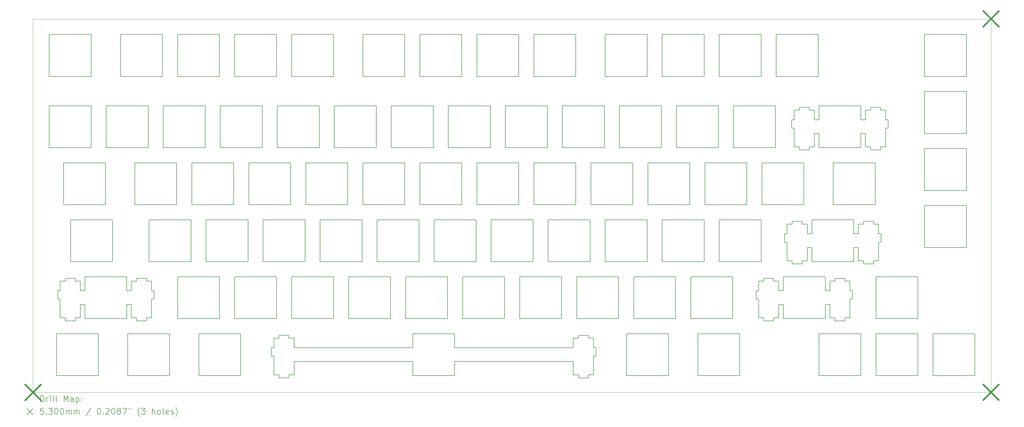
<source format=gbr>
%TF.GenerationSoftware,KiCad,Pcbnew,(6.0.10)*%
%TF.CreationDate,2023-03-07T00:12:56-08:00*%
%TF.ProjectId,fr4 plate,66723420-706c-4617-9465-2e6b69636164,rev?*%
%TF.SameCoordinates,Original*%
%TF.FileFunction,Drillmap*%
%TF.FilePolarity,Positive*%
%FSLAX45Y45*%
G04 Gerber Fmt 4.5, Leading zero omitted, Abs format (unit mm)*
G04 Created by KiCad (PCBNEW (6.0.10)) date 2023-03-07 00:12:56*
%MOMM*%
%LPD*%
G01*
G04 APERTURE LIST*
%ADD10C,0.188976*%
%ADD11C,0.050000*%
%ADD12C,0.200000*%
%ADD13C,0.530000*%
G04 APERTURE END LIST*
D10*
X19228100Y-18715000D02*
X23190600Y-18715000D01*
X23276301Y-12070000D02*
X23276301Y-12070000D01*
X27353100Y-19185000D02*
X28753100Y-19185000D01*
X33473101Y-14725000D02*
X33473101Y-14725000D01*
X9465001Y-9183800D02*
X9465001Y-9183800D01*
X16608701Y-10165000D02*
X16608701Y-10165000D01*
X19942501Y-15375000D02*
X19942501Y-13975000D01*
X21371301Y-13470000D02*
X21371301Y-13470000D01*
X23276301Y-9183800D02*
X23276301Y-7783800D01*
X18990000Y-17280000D02*
X18990000Y-17280000D01*
X32953802Y-10312000D02*
X32953802Y-10635000D01*
X16132501Y-13975000D02*
X16132501Y-13975000D01*
X23781301Y-12070000D02*
X23781301Y-13470000D01*
X33390600Y-14725000D02*
X33390600Y-14725000D01*
X31935601Y-15935000D02*
X31935601Y-15935000D01*
X31010601Y-14122000D02*
X30838000Y-14122000D01*
X35211300Y-19185000D02*
X36611300Y-19185000D01*
X30746200Y-10220000D02*
X30746200Y-10220000D01*
X6219401Y-17355000D02*
X6549400Y-17355000D01*
X31935601Y-15935000D02*
X31935601Y-16027000D01*
X30896200Y-13470000D02*
X30896200Y-12070000D01*
X30335601Y-14445000D02*
X30253100Y-14445000D01*
X13693101Y-17932000D02*
X13693101Y-17932000D01*
X26162501Y-15375000D02*
X26162501Y-15375000D01*
X10893801Y-11565000D02*
X10893801Y-10165000D01*
X19466300Y-12070000D02*
X18066300Y-12070000D01*
X20923800Y-11565000D02*
X20923800Y-11565000D01*
X34706301Y-19185000D02*
X34706301Y-17785000D01*
X21876301Y-7783800D02*
X21876301Y-9183800D01*
X30253100Y-14445000D02*
X30253100Y-14725000D01*
X20418801Y-11565000D02*
X20418801Y-11565000D01*
X24705001Y-17280000D02*
X24705001Y-17280000D01*
X6046901Y-16027000D02*
X6046901Y-16350000D01*
X28515000Y-17280000D02*
X28515000Y-17280000D01*
X17561301Y-9183800D02*
X17561301Y-7783800D01*
X34925500Y-9183800D02*
X34925500Y-9183800D01*
X27115000Y-15880000D02*
X27115000Y-17280000D01*
X13303800Y-10165000D02*
X13303800Y-11565000D01*
X15208701Y-11565000D02*
X15208701Y-11565000D01*
X31248800Y-11542000D02*
X31248800Y-11095000D01*
X13780000Y-15880000D02*
X13780000Y-17280000D01*
X31010601Y-14905000D02*
X31010601Y-14905000D01*
X28753100Y-19185000D02*
X28753100Y-17785000D01*
X32520602Y-16630000D02*
X32520602Y-16630000D01*
X31877502Y-12070000D02*
X31877502Y-13470000D01*
X31248800Y-11095000D02*
X31401299Y-11095000D01*
X16608701Y-11565000D02*
X16608701Y-10165000D01*
X31163101Y-15375000D02*
X32563101Y-15375000D01*
X17590000Y-17280000D02*
X17590000Y-17280000D01*
X26638801Y-11565000D02*
X26638801Y-11565000D01*
X33218099Y-15352000D02*
X33390600Y-15352000D01*
X17828001Y-18715000D02*
X17828001Y-18715000D01*
X8599401Y-15935000D02*
X8599401Y-16027000D01*
X28543801Y-11565000D02*
X29943801Y-11565000D01*
X30058100Y-16810000D02*
X30210601Y-16810000D01*
X30335601Y-14122000D02*
X30335601Y-14122000D01*
X35211300Y-17785000D02*
X35211300Y-19185000D01*
X23363101Y-19260000D02*
X23363101Y-19260000D01*
X31010601Y-15352000D02*
X31010601Y-15352000D01*
X6160001Y-12070000D02*
X6160001Y-13470000D01*
X33277502Y-13470000D02*
X33277502Y-13470000D01*
X24971900Y-19185000D02*
X24971900Y-19185000D01*
X24257501Y-15375000D02*
X24257501Y-15375000D01*
X11846301Y-12070000D02*
X10446301Y-12070000D01*
X27562501Y-15375000D02*
X27562501Y-15375000D01*
X15685001Y-17280000D02*
X17085001Y-17280000D01*
X30573800Y-10312000D02*
X30573800Y-10312000D01*
X27086300Y-13470000D02*
X27086300Y-13470000D01*
X23276301Y-13470000D02*
X23276301Y-12070000D01*
X12322501Y-15375000D02*
X12322501Y-13975000D01*
X14703800Y-11565000D02*
X14703800Y-11565000D01*
X28753100Y-17785000D02*
X28753100Y-17785000D01*
X7083800Y-7783800D02*
X7083800Y-7783800D01*
X31610601Y-17280000D02*
X31610601Y-17280000D01*
X31763101Y-16810000D02*
X31763101Y-17257000D01*
X13190601Y-18255000D02*
X13108100Y-18255000D01*
X13865601Y-18715000D02*
X13865601Y-18715000D01*
X31401299Y-10635000D02*
X31248800Y-10635000D01*
X33218099Y-15352000D02*
X33218099Y-15352000D01*
X30573800Y-10915000D02*
X30573800Y-11542000D01*
X13303800Y-11565000D02*
X13303800Y-11565000D01*
X17561301Y-13470000D02*
X17561301Y-13470000D01*
X33456301Y-10312000D02*
X33456301Y-10312000D01*
X28515000Y-17280000D02*
X28515000Y-15880000D01*
X31010601Y-14445000D02*
X31010601Y-14122000D01*
X6549400Y-15935000D02*
X6219401Y-15935000D01*
X31763101Y-17257000D02*
X31763101Y-17257000D01*
X28067501Y-9183800D02*
X28067501Y-9183800D01*
X8274400Y-16810000D02*
X8274400Y-16810000D01*
X27562501Y-9183800D02*
X27562501Y-9183800D01*
X30896200Y-12070000D02*
X30896200Y-12070000D01*
X15208701Y-11565000D02*
X16608701Y-11565000D01*
X36325500Y-11593800D02*
X36325500Y-11593800D01*
X11370001Y-17280000D02*
X11370001Y-15880000D01*
X27591300Y-13470000D02*
X27591300Y-13470000D01*
X33218099Y-15450000D02*
X33218099Y-15450000D01*
X32888101Y-14030000D02*
X32888101Y-14122000D01*
X7083800Y-11565000D02*
X7083800Y-11565000D01*
X30508100Y-14030000D02*
X30508100Y-14122000D01*
X29383100Y-16027000D02*
X29383100Y-16350000D01*
X32563101Y-15375000D02*
X32563101Y-15375000D01*
X13190601Y-18255000D02*
X13190601Y-18255000D01*
X32953802Y-10635000D02*
X32953802Y-10635000D01*
X31401299Y-17785000D02*
X31401299Y-19185000D01*
X10922500Y-15375000D02*
X12322501Y-15375000D01*
X8065000Y-7783800D02*
X8065000Y-9183800D01*
X22352500Y-15375000D02*
X22352500Y-15375000D01*
X31610601Y-16810000D02*
X31763101Y-16810000D01*
X8599401Y-15935000D02*
X8599401Y-15935000D01*
X7083800Y-11565000D02*
X7083800Y-10165000D01*
X8426901Y-16027000D02*
X8426901Y-16027000D01*
X33306301Y-19185000D02*
X34706301Y-19185000D01*
X17561301Y-7783800D02*
X16161301Y-7783800D01*
X7798101Y-15375000D02*
X7798101Y-15375000D01*
X27591300Y-13470000D02*
X28991300Y-13470000D01*
X6549400Y-16027000D02*
X6549400Y-15935000D01*
X7321901Y-19185000D02*
X7321901Y-19185000D01*
X28515000Y-15880000D02*
X28515000Y-15880000D01*
X31610601Y-17280000D02*
X31610601Y-16810000D01*
X28515000Y-15880000D02*
X27115000Y-15880000D01*
X14227500Y-15375000D02*
X14227500Y-13975000D01*
X23305001Y-15880000D02*
X23305001Y-17280000D01*
X30838000Y-14122000D02*
X30838000Y-14122000D01*
X23865600Y-18255000D02*
X23865600Y-17932000D01*
X19018801Y-11565000D02*
X20418801Y-11565000D01*
X28067501Y-7783800D02*
X28067501Y-9183800D01*
X25657501Y-15375000D02*
X25657501Y-13975000D01*
X17828001Y-19185000D02*
X17828001Y-19185000D01*
X11846301Y-13470000D02*
X11846301Y-12070000D01*
X23190600Y-19162000D02*
X23363101Y-19162000D01*
X31372500Y-9183800D02*
X31372500Y-9183800D01*
X15180000Y-9183800D02*
X15180000Y-7783800D01*
X20895001Y-17280000D02*
X20895001Y-15880000D01*
X32953802Y-11095000D02*
X32953802Y-11542000D01*
X27562501Y-7783800D02*
X26162501Y-7783800D01*
X32801299Y-11565000D02*
X32801299Y-11095000D01*
X10893801Y-11565000D02*
X10893801Y-11565000D01*
X23276301Y-7783800D02*
X21876301Y-7783800D01*
X31372500Y-7783800D02*
X31372500Y-7783800D01*
X33277502Y-12070000D02*
X33277502Y-12070000D01*
X19942501Y-13975000D02*
X19942501Y-13975000D01*
X13303800Y-11565000D02*
X14703800Y-11565000D01*
X29885601Y-17257000D02*
X29885601Y-17257000D01*
X6549400Y-17257000D02*
X6721901Y-17257000D01*
X20895001Y-17280000D02*
X20895001Y-17280000D01*
X24733801Y-11565000D02*
X26133801Y-11565000D01*
X7321901Y-17785000D02*
X5921901Y-17785000D01*
X30573800Y-11542000D02*
X30746200Y-11542000D01*
X24705001Y-17280000D02*
X24705001Y-15880000D01*
X11846301Y-12070000D02*
X11846301Y-12070000D01*
X13190601Y-17932000D02*
X13190601Y-17932000D01*
X9703101Y-17785000D02*
X9703101Y-17785000D01*
X8929400Y-16027000D02*
X8929400Y-15935000D01*
X30491300Y-10635000D02*
X30491300Y-10635000D01*
X23276301Y-7783800D02*
X23276301Y-7783800D01*
X23865600Y-18535000D02*
X23948101Y-18535000D01*
X32888101Y-15450000D02*
X32888101Y-15450000D01*
X31010601Y-15352000D02*
X31010601Y-14905000D01*
X21371301Y-9183800D02*
X21371301Y-9183800D01*
X26162501Y-15375000D02*
X27562501Y-15375000D01*
X13780000Y-17280000D02*
X15180000Y-17280000D01*
X18542501Y-13975000D02*
X18542501Y-15375000D01*
X34706301Y-19185000D02*
X34706301Y-19185000D01*
X30838000Y-14030000D02*
X30838000Y-14030000D01*
X24228800Y-10165000D02*
X24228800Y-10165000D01*
X13108100Y-18255000D02*
X13108100Y-18535000D01*
X6549400Y-17355000D02*
X6549400Y-17355000D01*
X27562501Y-13975000D02*
X27562501Y-13975000D01*
X26371900Y-17785000D02*
X24971900Y-17785000D01*
X21847500Y-13975000D02*
X21847500Y-13975000D01*
X17590000Y-17280000D02*
X18990000Y-17280000D01*
X6398101Y-13975000D02*
X6398101Y-15375000D01*
X9101901Y-16027000D02*
X9101901Y-16027000D01*
X23865600Y-17932000D02*
X23865600Y-17932000D01*
X6721901Y-16350000D02*
X6721901Y-16350000D01*
X19228100Y-17785000D02*
X19228100Y-17785000D01*
X32265600Y-17355000D02*
X32265600Y-17355000D01*
X9970001Y-9183800D02*
X9970001Y-9183800D01*
X26162501Y-13975000D02*
X26162501Y-15375000D01*
X19971301Y-9183800D02*
X21371301Y-9183800D01*
X32715600Y-15352000D02*
X32715600Y-15352000D01*
X26162501Y-9183800D02*
X26162501Y-9183800D01*
X33628802Y-11542000D02*
X33628802Y-10915000D01*
X6219401Y-16027000D02*
X6046901Y-16027000D01*
X22352500Y-13975000D02*
X22352500Y-15375000D01*
X16161301Y-13470000D02*
X16161301Y-13470000D01*
X31401299Y-19185000D02*
X31401299Y-19185000D01*
X8988801Y-10165000D02*
X7588801Y-10165000D01*
X13751300Y-13470000D02*
X13751300Y-13470000D01*
X29555601Y-17355000D02*
X29885601Y-17355000D01*
X31372500Y-7783800D02*
X29972500Y-7783800D01*
X16161301Y-12070000D02*
X16161301Y-13470000D01*
X33218099Y-15450000D02*
X33218099Y-15352000D01*
X31010601Y-14445000D02*
X31010601Y-14445000D01*
X7083800Y-7783800D02*
X5683801Y-7783800D01*
X33126299Y-11542000D02*
X33126299Y-11640000D01*
X8065000Y-9183800D02*
X8065000Y-9183800D01*
X30058100Y-16027000D02*
X29885601Y-16027000D01*
X31163101Y-15375000D02*
X31163101Y-15375000D01*
X32438101Y-16350000D02*
X32438101Y-16350000D01*
X8599401Y-16027000D02*
X8426901Y-16027000D01*
X13275001Y-17280000D02*
X13275001Y-17280000D01*
X23693101Y-19260000D02*
X23693101Y-19260000D01*
X32438101Y-16630000D02*
X32438101Y-16630000D01*
X8599401Y-16027000D02*
X8599401Y-16027000D01*
X14256300Y-13470000D02*
X14256300Y-13470000D01*
X17561301Y-12070000D02*
X16161301Y-12070000D01*
X26371900Y-17785000D02*
X26371900Y-17785000D01*
X13275001Y-15880000D02*
X13275001Y-15880000D01*
X6398101Y-15375000D02*
X6398101Y-15375000D01*
X33456301Y-11640000D02*
X33456301Y-11542000D01*
X21876301Y-9183800D02*
X21876301Y-9183800D01*
X25210000Y-17280000D02*
X26610000Y-17280000D01*
X26610000Y-17280000D02*
X26610000Y-15880000D01*
X11370001Y-9183800D02*
X11370001Y-9183800D01*
X31163101Y-14905000D02*
X31163101Y-14905000D01*
X12827500Y-15375000D02*
X12827500Y-15375000D01*
X30335601Y-14122000D02*
X30335601Y-14445000D01*
X23693101Y-17932000D02*
X23693101Y-17840000D01*
X29555601Y-17355000D02*
X29555601Y-17355000D01*
X8599401Y-17355000D02*
X8929400Y-17355000D01*
X33126299Y-10220000D02*
X33126299Y-10220000D01*
X9017501Y-15375000D02*
X9017501Y-15375000D01*
X28038801Y-10165000D02*
X26638801Y-10165000D01*
X18066300Y-12070000D02*
X18066300Y-13470000D01*
X25181301Y-12070000D02*
X25181301Y-12070000D01*
X31076299Y-11640000D02*
X31076299Y-11640000D01*
X28991300Y-13470000D02*
X28991300Y-13470000D01*
X33473101Y-14445000D02*
X33390600Y-14445000D01*
X6046901Y-16630000D02*
X6046901Y-16630000D01*
X19971301Y-12070000D02*
X19971301Y-13470000D01*
X30058100Y-16027000D02*
X30058100Y-16027000D01*
X30058100Y-16350000D02*
X30058100Y-16350000D01*
X6219401Y-17257000D02*
X6219401Y-17257000D01*
X25210000Y-15880000D02*
X25210000Y-17280000D01*
X18513801Y-11565000D02*
X18513801Y-10165000D01*
X22323800Y-10165000D02*
X20923800Y-10165000D01*
X28038801Y-10165000D02*
X28038801Y-10165000D01*
X31163101Y-14445000D02*
X31163101Y-14445000D01*
X18513801Y-11565000D02*
X18513801Y-11565000D01*
X11370001Y-7783800D02*
X11370001Y-7783800D01*
X9101901Y-16350000D02*
X9101901Y-16350000D01*
X7588801Y-11565000D02*
X8988801Y-11565000D01*
X10893801Y-10165000D02*
X9493801Y-10165000D01*
X6721901Y-16810000D02*
X6721901Y-16810000D01*
X23190600Y-18715000D02*
X23190600Y-19162000D01*
X30573800Y-10635000D02*
X30491300Y-10635000D01*
X34925500Y-13498800D02*
X34925500Y-14898800D01*
X20418801Y-10165000D02*
X20418801Y-10165000D01*
X9493801Y-11565000D02*
X10893801Y-11565000D01*
X31610601Y-15880000D02*
X30210601Y-15880000D01*
X30210601Y-16350000D02*
X30210601Y-16350000D01*
X18037501Y-15375000D02*
X18037501Y-15375000D01*
X23752500Y-13975000D02*
X23752500Y-13975000D01*
X5683801Y-9183800D02*
X5683801Y-9183800D01*
X10417501Y-13975000D02*
X10417501Y-13975000D01*
X33390600Y-14445000D02*
X33390600Y-14122000D01*
X33456301Y-11542000D02*
X33456301Y-11542000D01*
X10893801Y-10165000D02*
X10893801Y-10165000D01*
X9970001Y-17280000D02*
X9970001Y-17280000D01*
X16637501Y-15375000D02*
X18037501Y-15375000D01*
X19971301Y-13470000D02*
X19971301Y-13470000D01*
X25657501Y-7783800D02*
X25657501Y-7783800D01*
X13751300Y-12070000D02*
X12351300Y-12070000D01*
X32888101Y-15352000D02*
X32888101Y-15352000D01*
X23190600Y-18255000D02*
X19228100Y-18255000D01*
X22323800Y-11565000D02*
X22323800Y-11565000D01*
X30746200Y-11640000D02*
X31076299Y-11640000D01*
X13275001Y-9183800D02*
X13275001Y-7783800D01*
X20447500Y-13975000D02*
X20447500Y-15375000D01*
X29943801Y-10165000D02*
X28543801Y-10165000D01*
X31401299Y-11095000D02*
X31401299Y-11095000D01*
X6046901Y-17257000D02*
X6219401Y-17257000D01*
X11875001Y-17280000D02*
X13275001Y-17280000D01*
X11370001Y-15880000D02*
X11370001Y-15880000D01*
X36611300Y-19185000D02*
X36611300Y-17785000D01*
X12351300Y-13470000D02*
X12351300Y-13470000D01*
X31401299Y-11565000D02*
X32801299Y-11565000D01*
X6721901Y-16810000D02*
X6874400Y-16810000D01*
X33473101Y-14445000D02*
X33473101Y-14445000D01*
X31163101Y-13975000D02*
X31163101Y-14445000D01*
X13751300Y-13470000D02*
X13751300Y-12070000D01*
X32953802Y-10635000D02*
X32801299Y-10635000D01*
X31401299Y-10635000D02*
X31401299Y-10635000D01*
X9703101Y-19185000D02*
X9703101Y-19185000D01*
X32801299Y-10635000D02*
X32801299Y-10635000D01*
X32563101Y-14445000D02*
X32563101Y-14445000D01*
X29467501Y-9183800D02*
X29467501Y-9183800D01*
X12351300Y-12070000D02*
X12351300Y-13470000D01*
X23948101Y-18535000D02*
X23948101Y-18255000D01*
X24705001Y-15880000D02*
X24705001Y-15880000D01*
X5964401Y-16350000D02*
X5964401Y-16630000D01*
X8541301Y-13470000D02*
X9941301Y-13470000D01*
X18513801Y-10165000D02*
X18513801Y-10165000D01*
X29496301Y-13470000D02*
X29496301Y-13470000D01*
X17561301Y-12070000D02*
X17561301Y-12070000D01*
X22800001Y-17280000D02*
X22800001Y-15880000D01*
X31076299Y-11640000D02*
X31076299Y-11542000D01*
X32801299Y-11565000D02*
X32801299Y-11565000D01*
X23693101Y-17932000D02*
X23693101Y-17932000D01*
X29885601Y-17355000D02*
X29885601Y-17355000D01*
X32953802Y-11542000D02*
X32953802Y-11542000D01*
X25181301Y-13470000D02*
X25181301Y-13470000D01*
X29383100Y-17257000D02*
X29383100Y-17257000D01*
X29885601Y-17257000D02*
X30058100Y-17257000D01*
X13363101Y-17840000D02*
X13363101Y-17840000D01*
X17085001Y-17280000D02*
X17085001Y-17280000D01*
X13363101Y-19162000D02*
X13363101Y-19260000D01*
X16608701Y-10165000D02*
X15208701Y-10165000D01*
X9017501Y-13975000D02*
X9017501Y-15375000D01*
X14227500Y-15375000D02*
X14227500Y-15375000D01*
X26133801Y-10165000D02*
X26133801Y-10165000D01*
X32801299Y-10635000D02*
X32801299Y-10165000D01*
X19971301Y-13470000D02*
X21371301Y-13470000D01*
X27086300Y-12070000D02*
X25686300Y-12070000D01*
X33306301Y-17280000D02*
X34706301Y-17280000D01*
X32520602Y-16630000D02*
X32520602Y-16350000D01*
X15685001Y-15880000D02*
X15685001Y-17280000D01*
X12827500Y-13975000D02*
X12827500Y-15375000D01*
X8274400Y-17280000D02*
X8274400Y-17280000D01*
X32715600Y-14445000D02*
X32715600Y-14445000D01*
X32438101Y-16630000D02*
X32520602Y-16630000D01*
X30746200Y-10312000D02*
X30746200Y-10312000D01*
X24257501Y-13975000D02*
X24257501Y-15375000D01*
X29885601Y-16027000D02*
X29885601Y-16027000D01*
X15180000Y-17280000D02*
X15180000Y-15880000D01*
X36325500Y-11088800D02*
X36325500Y-9688800D01*
X22323800Y-11565000D02*
X22323800Y-10165000D01*
X32953802Y-10312000D02*
X32953802Y-10312000D01*
X20895001Y-15880000D02*
X19495001Y-15880000D01*
X9184401Y-16630000D02*
X9184401Y-16630000D01*
X23363101Y-19162000D02*
X23363101Y-19260000D01*
X12798801Y-11565000D02*
X12798801Y-11565000D01*
X13865601Y-19162000D02*
X13865601Y-19162000D01*
X29383100Y-16630000D02*
X29383100Y-16630000D01*
X19018801Y-10165000D02*
X19018801Y-11565000D01*
X8426901Y-16810000D02*
X8426901Y-16810000D01*
X5921901Y-19185000D02*
X7321901Y-19185000D01*
X18990000Y-15880000D02*
X18990000Y-15880000D01*
X9941301Y-13470000D02*
X9941301Y-13470000D01*
X31401299Y-10165000D02*
X31401299Y-10635000D01*
X31401299Y-19185000D02*
X32801299Y-19185000D01*
X28991300Y-12070000D02*
X27591300Y-12070000D01*
X29885601Y-15935000D02*
X29885601Y-15935000D01*
X26133801Y-11565000D02*
X26133801Y-10165000D01*
X6219401Y-16027000D02*
X6219401Y-16027000D01*
X36325500Y-14898800D02*
X36325500Y-14898800D01*
X20923800Y-11565000D02*
X22323800Y-11565000D01*
X21371301Y-13470000D02*
X21371301Y-12070000D01*
X18037501Y-13975000D02*
X16637501Y-13975000D01*
X33126299Y-10312000D02*
X32953802Y-10312000D01*
X36611300Y-19185000D02*
X36611300Y-19185000D01*
X11398801Y-11565000D02*
X12798801Y-11565000D01*
X33456301Y-10220000D02*
X33126299Y-10220000D01*
X17085001Y-15880000D02*
X17085001Y-15880000D01*
X26162501Y-7783800D02*
X26162501Y-9183800D01*
X33628802Y-10635000D02*
X33628802Y-10635000D01*
X32265600Y-17257000D02*
X32438101Y-17257000D01*
X36325500Y-11088800D02*
X36325500Y-11088800D01*
X29555601Y-16027000D02*
X29555601Y-16027000D01*
X29467501Y-7783800D02*
X29467501Y-7783800D01*
X23363101Y-17840000D02*
X23363101Y-17932000D01*
X18542501Y-15375000D02*
X18542501Y-15375000D01*
X21371301Y-7783800D02*
X21371301Y-7783800D01*
X30058100Y-16350000D02*
X30058100Y-16027000D01*
X13693101Y-19260000D02*
X13693101Y-19260000D01*
X17113700Y-10165000D02*
X17113700Y-11565000D01*
X25657501Y-13975000D02*
X24257501Y-13975000D01*
X18066300Y-13470000D02*
X18066300Y-13470000D01*
X13693101Y-19260000D02*
X13693101Y-19162000D01*
X13363101Y-17932000D02*
X13363101Y-17932000D01*
X13363101Y-17932000D02*
X13190601Y-17932000D01*
D11*
X5139500Y-7262800D02*
X37149500Y-7262800D01*
X37149500Y-7262800D02*
X37149500Y-19745800D01*
X37149500Y-19745800D02*
X5139500Y-19745800D01*
X5139500Y-19745800D02*
X5139500Y-7262800D01*
D10*
X33306301Y-17280000D02*
X33306301Y-17280000D01*
X9184401Y-16350000D02*
X9101901Y-16350000D01*
X18513801Y-10165000D02*
X17113700Y-10165000D01*
X30335601Y-14725000D02*
X30335601Y-15352000D01*
X36325500Y-9183800D02*
X36325500Y-7783800D01*
X6874400Y-16810000D02*
X6874400Y-17280000D01*
X33473101Y-14725000D02*
X33473101Y-14445000D01*
X34925500Y-11088800D02*
X34925500Y-11088800D01*
X8929400Y-15935000D02*
X8929400Y-15935000D01*
X30508100Y-15450000D02*
X30508100Y-15450000D01*
X15656300Y-12070000D02*
X14256300Y-12070000D01*
X30508100Y-14030000D02*
X30508100Y-14030000D01*
X33628802Y-10915000D02*
X33628802Y-10915000D01*
X23190600Y-17932000D02*
X23190600Y-18255000D01*
X31935601Y-16027000D02*
X31763101Y-16027000D01*
X30210601Y-16350000D02*
X30058100Y-16350000D01*
X10684401Y-17785000D02*
X10684401Y-19185000D01*
X11370001Y-15880000D02*
X9970001Y-15880000D01*
X33277502Y-12070000D02*
X31877502Y-12070000D01*
X17828001Y-18255000D02*
X13865601Y-18255000D01*
X23752500Y-13975000D02*
X22352500Y-13975000D01*
X7083800Y-9183800D02*
X7083800Y-7783800D01*
X8274400Y-15880000D02*
X6874400Y-15880000D01*
X24705001Y-15880000D02*
X23305001Y-15880000D01*
X28067501Y-9183800D02*
X29467501Y-9183800D01*
X23865600Y-18535000D02*
X23865600Y-18535000D01*
X30253100Y-14725000D02*
X30335601Y-14725000D01*
X34925500Y-14898800D02*
X34925500Y-14898800D01*
X16161301Y-9183800D02*
X16161301Y-9183800D01*
X29467501Y-9183800D02*
X29467501Y-7783800D01*
X12084400Y-17785000D02*
X12084400Y-17785000D01*
X13190601Y-18535000D02*
X13190601Y-19162000D01*
X33628802Y-10915000D02*
X33711300Y-10915000D01*
X36325500Y-12993800D02*
X36325500Y-12993800D01*
X6721901Y-16027000D02*
X6549400Y-16027000D01*
X36325500Y-14898800D02*
X36325500Y-13498800D01*
X24971900Y-17785000D02*
X24971900Y-19185000D01*
X31076299Y-10312000D02*
X31076299Y-10220000D01*
X12798801Y-10165000D02*
X11398801Y-10165000D01*
X6219401Y-15935000D02*
X6219401Y-15935000D01*
X21400001Y-17280000D02*
X21400001Y-17280000D01*
X18066300Y-9183800D02*
X19466300Y-9183800D01*
X8274400Y-16350000D02*
X8274400Y-16350000D01*
X8929400Y-17257000D02*
X8929400Y-17257000D01*
X24228800Y-10165000D02*
X22828800Y-10165000D01*
X31076299Y-10312000D02*
X31076299Y-10312000D01*
X23781301Y-13470000D02*
X23781301Y-13470000D01*
X31877502Y-13470000D02*
X33277502Y-13470000D01*
X22323800Y-10165000D02*
X22323800Y-10165000D01*
X29300601Y-16630000D02*
X29383100Y-16630000D01*
X34925500Y-11088800D02*
X36325500Y-11088800D01*
X29383100Y-16350000D02*
X29383100Y-16350000D01*
X23865600Y-18255000D02*
X23865600Y-18255000D01*
X6874400Y-17280000D02*
X8274400Y-17280000D01*
X13693101Y-19162000D02*
X13865601Y-19162000D01*
X23276301Y-13470000D02*
X23276301Y-13470000D01*
X30508100Y-15352000D02*
X30508100Y-15450000D01*
X7588801Y-11565000D02*
X7588801Y-11565000D01*
X33711300Y-10635000D02*
X33711300Y-10635000D01*
X33456301Y-11640000D02*
X33456301Y-11640000D01*
X12084400Y-19185000D02*
X12084400Y-17785000D01*
X33456301Y-11542000D02*
X33628802Y-11542000D01*
X12827500Y-15375000D02*
X14227500Y-15375000D01*
X32265600Y-16027000D02*
X32265600Y-16027000D01*
X32265600Y-15935000D02*
X32265600Y-15935000D01*
X24971900Y-19185000D02*
X26371900Y-19185000D01*
X8541301Y-12070000D02*
X8541301Y-13470000D01*
X25657501Y-9183800D02*
X25657501Y-9183800D01*
X21847500Y-13975000D02*
X20447500Y-13975000D01*
X29555601Y-15935000D02*
X29555601Y-15935000D01*
X20895001Y-15880000D02*
X20895001Y-15880000D01*
X26133801Y-10165000D02*
X24733801Y-10165000D01*
X5921901Y-19185000D02*
X5921901Y-19185000D01*
X36325500Y-7783800D02*
X34925500Y-7783800D01*
X21371301Y-9183800D02*
X21371301Y-7783800D01*
X10446301Y-13470000D02*
X10446301Y-13470000D01*
X19971301Y-9183800D02*
X19971301Y-9183800D01*
X9941301Y-12070000D02*
X8541301Y-12070000D01*
X35211300Y-19185000D02*
X35211300Y-19185000D01*
X8303101Y-19185000D02*
X8303101Y-19185000D01*
X31610601Y-16810000D02*
X31610601Y-16810000D01*
X21876301Y-13470000D02*
X23276301Y-13470000D01*
X11875001Y-7783800D02*
X11875001Y-9183800D01*
X19228100Y-19185000D02*
X19228100Y-19185000D01*
X29972500Y-9183800D02*
X31372500Y-9183800D01*
X30491300Y-10915000D02*
X30491300Y-10915000D01*
X14256300Y-12070000D02*
X14256300Y-13470000D01*
X26638801Y-10165000D02*
X26638801Y-11565000D01*
X30746200Y-11542000D02*
X30746200Y-11542000D01*
X17085001Y-15880000D02*
X15685001Y-15880000D01*
X9703101Y-19185000D02*
X9703101Y-17785000D01*
X6549400Y-15935000D02*
X6549400Y-15935000D01*
X30573800Y-10635000D02*
X30573800Y-10635000D01*
X18037501Y-13975000D02*
X18037501Y-13975000D01*
X30335601Y-14725000D02*
X30335601Y-14725000D01*
X30508100Y-15352000D02*
X30508100Y-15352000D01*
X30335601Y-15352000D02*
X30508100Y-15352000D01*
X31763101Y-16027000D02*
X31763101Y-16027000D01*
X23693101Y-19162000D02*
X23865600Y-19162000D01*
X36611300Y-17785000D02*
X35211300Y-17785000D01*
X29885601Y-16027000D02*
X29885601Y-15935000D01*
X23190600Y-18715000D02*
X23190600Y-18715000D01*
X33456301Y-10312000D02*
X33456301Y-10220000D01*
X32265600Y-16027000D02*
X32265600Y-15935000D01*
X27591300Y-12070000D02*
X27591300Y-13470000D01*
X23948101Y-18255000D02*
X23865600Y-18255000D01*
X30746200Y-10312000D02*
X30573800Y-10312000D01*
X33628802Y-11542000D02*
X33628802Y-11542000D01*
X25657501Y-15375000D02*
X25657501Y-15375000D01*
X23693101Y-17840000D02*
X23363101Y-17840000D01*
X25657501Y-7783800D02*
X24257501Y-7783800D01*
X25657501Y-9183800D02*
X25657501Y-7783800D01*
X6549400Y-16027000D02*
X6549400Y-16027000D01*
X6721901Y-16350000D02*
X6721901Y-16027000D01*
X33126299Y-11542000D02*
X33126299Y-11542000D01*
X13275001Y-17280000D02*
X13275001Y-15880000D01*
X9101901Y-16630000D02*
X9184401Y-16630000D01*
X9941301Y-13470000D02*
X9941301Y-12070000D01*
X14703800Y-10165000D02*
X14703800Y-10165000D01*
X31935601Y-17257000D02*
X31935601Y-17355000D01*
X33628802Y-10312000D02*
X33628802Y-10312000D01*
X15180000Y-7783800D02*
X13780000Y-7783800D01*
X32801299Y-10165000D02*
X31401299Y-10165000D01*
X6160001Y-13470000D02*
X7560001Y-13470000D01*
X19942501Y-13975000D02*
X18542501Y-13975000D01*
X6549400Y-17257000D02*
X6549400Y-17257000D01*
X27353100Y-17785000D02*
X27353100Y-19185000D01*
X19495001Y-17280000D02*
X19495001Y-17280000D01*
X34925500Y-12993800D02*
X36325500Y-12993800D01*
X32801299Y-17785000D02*
X32801299Y-17785000D01*
X8426901Y-16027000D02*
X8426901Y-16350000D01*
X31076299Y-11542000D02*
X31248800Y-11542000D01*
X20418801Y-11565000D02*
X20418801Y-10165000D01*
X26638801Y-11565000D02*
X28038801Y-11565000D01*
X27115000Y-17280000D02*
X28515000Y-17280000D01*
X19228100Y-17785000D02*
X17828001Y-17785000D01*
X33390600Y-14445000D02*
X33390600Y-14445000D01*
X28067501Y-13975000D02*
X28067501Y-15375000D01*
X11370001Y-17280000D02*
X11370001Y-17280000D01*
X6219401Y-17257000D02*
X6219401Y-17355000D01*
X33306301Y-17785000D02*
X33306301Y-19185000D01*
X8599401Y-17257000D02*
X8599401Y-17355000D01*
X17113700Y-11565000D02*
X18513801Y-11565000D01*
X29972500Y-9183800D02*
X29972500Y-9183800D01*
X34706301Y-17280000D02*
X34706301Y-17280000D01*
X13275001Y-9183800D02*
X13275001Y-9183800D01*
X10446301Y-12070000D02*
X10446301Y-13470000D01*
X8929400Y-17257000D02*
X9101901Y-17257000D01*
X11875001Y-15880000D02*
X11875001Y-17280000D01*
X8929400Y-16027000D02*
X8929400Y-16027000D01*
X24733801Y-10165000D02*
X24733801Y-11565000D01*
X7560001Y-12070000D02*
X6160001Y-12070000D01*
X7321901Y-19185000D02*
X7321901Y-17785000D01*
X19228100Y-18715000D02*
X19228100Y-18715000D01*
X25686300Y-13470000D02*
X25686300Y-13470000D01*
X23865600Y-17932000D02*
X23693101Y-17932000D01*
X5964401Y-16350000D02*
X5964401Y-16350000D01*
X7560001Y-13470000D02*
X7560001Y-13470000D01*
X10922500Y-15375000D02*
X10922500Y-15375000D01*
X12084400Y-19185000D02*
X12084400Y-19185000D01*
X29885601Y-17355000D02*
X29885601Y-17257000D01*
X13275001Y-7783800D02*
X13275001Y-7783800D01*
X19466300Y-9183800D02*
X19466300Y-7783800D01*
X21400001Y-17280000D02*
X22800001Y-17280000D01*
X20447500Y-15375000D02*
X21847500Y-15375000D01*
X14227500Y-13975000D02*
X14227500Y-13975000D01*
X27562501Y-7783800D02*
X27562501Y-7783800D01*
X15180000Y-9183800D02*
X15180000Y-9183800D01*
X13693101Y-19162000D02*
X13693101Y-19162000D01*
X32438101Y-16350000D02*
X32438101Y-16027000D01*
X36325500Y-11593800D02*
X34925500Y-11593800D01*
X7798101Y-13975000D02*
X7798101Y-13975000D01*
X11846301Y-13470000D02*
X11846301Y-13470000D01*
X33218099Y-14122000D02*
X33218099Y-14122000D01*
X8274400Y-17280000D02*
X8274400Y-16810000D01*
X20418801Y-10165000D02*
X19018801Y-10165000D01*
X6046901Y-16027000D02*
X6046901Y-16027000D01*
X34706301Y-17280000D02*
X34706301Y-15880000D01*
X32438101Y-16027000D02*
X32265600Y-16027000D01*
X30573800Y-10312000D02*
X30573800Y-10635000D01*
X30058100Y-16810000D02*
X30058100Y-16810000D01*
X30508100Y-14122000D02*
X30335601Y-14122000D01*
X12798801Y-10165000D02*
X12798801Y-10165000D01*
X31248800Y-10312000D02*
X31076299Y-10312000D01*
X15208701Y-10165000D02*
X15208701Y-11565000D01*
X24257501Y-15375000D02*
X25657501Y-15375000D01*
X18066300Y-13470000D02*
X19466300Y-13470000D01*
X30838000Y-14122000D02*
X30838000Y-14030000D01*
X13108100Y-18535000D02*
X13108100Y-18535000D01*
X8303101Y-17785000D02*
X8303101Y-19185000D01*
X19228100Y-18255000D02*
X19228100Y-17785000D01*
X6721901Y-17257000D02*
X6721901Y-16810000D01*
X30335601Y-15352000D02*
X30335601Y-15352000D01*
X33126299Y-11640000D02*
X33126299Y-11640000D01*
X13363101Y-17840000D02*
X13363101Y-17932000D01*
X19466300Y-7783800D02*
X18066300Y-7783800D01*
X29496301Y-12070000D02*
X29496301Y-13470000D01*
X23305001Y-17280000D02*
X23305001Y-17280000D01*
X21847500Y-15375000D02*
X21847500Y-15375000D01*
X9970001Y-7783800D02*
X9970001Y-9183800D01*
X10417501Y-13975000D02*
X9017501Y-13975000D01*
X29555601Y-16027000D02*
X29383100Y-16027000D01*
X8274400Y-16350000D02*
X8274400Y-15880000D01*
X31076299Y-11542000D02*
X31076299Y-11542000D01*
X27086300Y-12070000D02*
X27086300Y-12070000D01*
X32265600Y-17355000D02*
X32265600Y-17257000D01*
X26162501Y-9183800D02*
X27562501Y-9183800D01*
X36325500Y-9688800D02*
X34925500Y-9688800D01*
X30838000Y-15450000D02*
X30838000Y-15352000D01*
X17828001Y-18715000D02*
X17828001Y-19185000D01*
X36325500Y-9688800D02*
X36325500Y-9688800D01*
X13363101Y-19162000D02*
X13363101Y-19162000D01*
X30491300Y-10915000D02*
X30573800Y-10915000D01*
X30210601Y-17280000D02*
X31610601Y-17280000D01*
X31610601Y-15880000D02*
X31610601Y-15880000D01*
X32265600Y-15935000D02*
X31935601Y-15935000D01*
X6721901Y-17257000D02*
X6721901Y-17257000D01*
X30838000Y-15352000D02*
X30838000Y-15352000D01*
X27353100Y-19185000D02*
X27353100Y-19185000D01*
X13190601Y-17932000D02*
X13190601Y-18255000D01*
X29467501Y-15375000D02*
X29467501Y-13975000D01*
X34925500Y-14898800D02*
X36325500Y-14898800D01*
X13865601Y-19162000D02*
X13865601Y-18715000D01*
X33218099Y-14030000D02*
X33218099Y-14030000D01*
X22828800Y-11565000D02*
X24228800Y-11565000D01*
X19466300Y-13470000D02*
X19466300Y-12070000D01*
X6874400Y-15880000D02*
X6874400Y-16350000D01*
X30058100Y-17257000D02*
X30058100Y-17257000D01*
X21847500Y-15375000D02*
X21847500Y-13975000D01*
X29555601Y-15935000D02*
X29555601Y-16027000D01*
X11370001Y-7783800D02*
X9970001Y-7783800D01*
X30491300Y-10635000D02*
X30491300Y-10915000D01*
X34925500Y-11593800D02*
X34925500Y-12993800D01*
X14732501Y-15375000D02*
X16132501Y-15375000D01*
X9493801Y-10165000D02*
X9493801Y-11565000D01*
X23363101Y-17932000D02*
X23363101Y-17932000D01*
X18990000Y-15880000D02*
X17590000Y-15880000D01*
X13865601Y-18255000D02*
X13865601Y-18255000D01*
X31763101Y-16350000D02*
X31610601Y-16350000D01*
X34925500Y-9688800D02*
X34925500Y-11088800D01*
X30896200Y-12070000D02*
X29496301Y-12070000D01*
X13865601Y-17932000D02*
X13865601Y-17932000D01*
X12322501Y-13975000D02*
X10922500Y-13975000D01*
X32953802Y-11095000D02*
X32953802Y-11095000D01*
X34706301Y-15880000D02*
X34706301Y-15880000D01*
X16132501Y-15375000D02*
X16132501Y-15375000D01*
X33711300Y-10915000D02*
X33711300Y-10915000D01*
X9493801Y-11565000D02*
X9493801Y-11565000D01*
X30746200Y-11542000D02*
X30746200Y-11640000D01*
X31248800Y-11095000D02*
X31248800Y-11095000D01*
X13780000Y-17280000D02*
X13780000Y-17280000D01*
X23276301Y-9183800D02*
X23276301Y-9183800D01*
X26371900Y-19185000D02*
X26371900Y-17785000D01*
X15180000Y-15880000D02*
X15180000Y-15880000D01*
X18542501Y-15375000D02*
X19942501Y-15375000D01*
X21371301Y-7783800D02*
X19971301Y-7783800D01*
X8426901Y-17257000D02*
X8426901Y-17257000D01*
X30335601Y-14445000D02*
X30335601Y-14445000D01*
X32715600Y-14122000D02*
X32715600Y-14445000D01*
X13780000Y-7783800D02*
X13780000Y-9183800D01*
X27562501Y-13975000D02*
X26162501Y-13975000D01*
X8988801Y-10165000D02*
X8988801Y-10165000D01*
X33390600Y-14725000D02*
X33473101Y-14725000D01*
X5683801Y-11565000D02*
X5683801Y-11565000D01*
X16161301Y-9183800D02*
X17561301Y-9183800D01*
X13108100Y-18255000D02*
X13108100Y-18255000D01*
X30838000Y-15450000D02*
X30838000Y-15450000D01*
X25210000Y-17280000D02*
X25210000Y-17280000D01*
X13190601Y-18535000D02*
X13190601Y-18535000D01*
X30210601Y-16810000D02*
X30210601Y-17280000D01*
X30573800Y-11542000D02*
X30573800Y-11542000D01*
X29467501Y-15375000D02*
X29467501Y-15375000D01*
X32888101Y-15450000D02*
X33218099Y-15450000D01*
X7083800Y-10165000D02*
X7083800Y-10165000D01*
X23752500Y-15375000D02*
X23752500Y-15375000D01*
X5683801Y-9183800D02*
X7083800Y-9183800D01*
X32563101Y-14445000D02*
X32563101Y-13975000D01*
X13865601Y-17932000D02*
X13693101Y-17932000D01*
X7560001Y-13470000D02*
X7560001Y-12070000D01*
X13363101Y-19260000D02*
X13693101Y-19260000D01*
X14703800Y-11565000D02*
X14703800Y-10165000D01*
X11875001Y-9183800D02*
X11875001Y-9183800D01*
X19971301Y-7783800D02*
X19971301Y-9183800D01*
X11875001Y-17280000D02*
X11875001Y-17280000D01*
X31935601Y-17355000D02*
X32265600Y-17355000D01*
X29300601Y-16350000D02*
X29300601Y-16630000D01*
X14703800Y-10165000D02*
X13303800Y-10165000D01*
X23865600Y-19162000D02*
X23865600Y-19162000D01*
X32438101Y-17257000D02*
X32438101Y-17257000D01*
X29885601Y-15935000D02*
X29555601Y-15935000D01*
X12322501Y-13975000D02*
X12322501Y-13975000D01*
X8065000Y-9183800D02*
X9465001Y-9183800D01*
X9101901Y-17257000D02*
X9101901Y-17257000D01*
X31076299Y-10220000D02*
X30746200Y-10220000D01*
X9101901Y-16027000D02*
X8929400Y-16027000D01*
X28753100Y-19185000D02*
X28753100Y-19185000D01*
X9970001Y-9183800D02*
X11370001Y-9183800D01*
X32953802Y-11542000D02*
X33126299Y-11542000D01*
X33218099Y-14122000D02*
X33218099Y-14030000D01*
X5683801Y-7783800D02*
X5683801Y-9183800D01*
X13865601Y-18255000D02*
X13865601Y-17932000D01*
X6046901Y-16630000D02*
X6046901Y-17257000D01*
X31010601Y-14122000D02*
X31010601Y-14122000D01*
X25181301Y-13470000D02*
X25181301Y-12070000D01*
X13780000Y-9183800D02*
X15180000Y-9183800D01*
X33306301Y-19185000D02*
X33306301Y-19185000D01*
X23190600Y-17932000D02*
X23190600Y-17932000D01*
X9941301Y-12070000D02*
X9941301Y-12070000D01*
X23276301Y-12070000D02*
X21876301Y-12070000D01*
X7798101Y-15375000D02*
X7798101Y-13975000D01*
X6721901Y-16027000D02*
X6721901Y-16027000D01*
X32520602Y-16350000D02*
X32520602Y-16350000D01*
X5683801Y-11565000D02*
X7083800Y-11565000D01*
X9017501Y-15375000D02*
X10417501Y-15375000D01*
X24228800Y-11565000D02*
X24228800Y-11565000D01*
X15180000Y-17280000D02*
X15180000Y-17280000D01*
X28753100Y-17785000D02*
X27353100Y-17785000D01*
X23190600Y-18255000D02*
X23190600Y-18255000D01*
X7798101Y-13975000D02*
X6398101Y-13975000D01*
X32888101Y-15352000D02*
X32888101Y-15450000D01*
X6219401Y-15935000D02*
X6219401Y-16027000D01*
X13693101Y-17840000D02*
X13363101Y-17840000D01*
X28991300Y-12070000D02*
X28991300Y-12070000D01*
X27086300Y-13470000D02*
X27086300Y-12070000D01*
X30210601Y-17280000D02*
X30210601Y-17280000D01*
X28038801Y-11565000D02*
X28038801Y-10165000D01*
X33218099Y-14030000D02*
X32888101Y-14030000D01*
X29383100Y-16630000D02*
X29383100Y-17257000D01*
X30210601Y-15880000D02*
X30210601Y-16350000D01*
X6046901Y-16350000D02*
X5964401Y-16350000D01*
X17085001Y-17280000D02*
X17085001Y-15880000D01*
X18037501Y-15375000D02*
X18037501Y-13975000D01*
X10446301Y-13470000D02*
X11846301Y-13470000D01*
X31076299Y-10220000D02*
X31076299Y-10220000D01*
X13780000Y-9183800D02*
X13780000Y-9183800D01*
X7560001Y-12070000D02*
X7560001Y-12070000D01*
X9101901Y-16350000D02*
X9101901Y-16027000D01*
X22828800Y-11565000D02*
X22828800Y-11565000D01*
X7083800Y-9183800D02*
X7083800Y-9183800D01*
X22800001Y-15880000D02*
X22800001Y-15880000D01*
X17828001Y-17785000D02*
X17828001Y-18255000D01*
X21400001Y-15880000D02*
X21400001Y-17280000D01*
X32563101Y-14905000D02*
X32563101Y-14905000D01*
X30210601Y-16810000D02*
X30210601Y-16810000D01*
X11398801Y-10165000D02*
X11398801Y-11565000D01*
X8426901Y-16350000D02*
X8274400Y-16350000D01*
X6219401Y-17355000D02*
X6219401Y-17355000D01*
X33628802Y-10312000D02*
X33456301Y-10312000D01*
X6398101Y-15375000D02*
X7798101Y-15375000D01*
X19466300Y-12070000D02*
X19466300Y-12070000D01*
X12084400Y-17785000D02*
X10684401Y-17785000D01*
X13865601Y-18715000D02*
X17828001Y-18715000D01*
X24228800Y-11565000D02*
X24228800Y-10165000D01*
X33390600Y-14122000D02*
X33218099Y-14122000D01*
X29555601Y-17257000D02*
X29555601Y-17257000D01*
X33390600Y-14122000D02*
X33390600Y-14122000D01*
X18066300Y-7783800D02*
X18066300Y-9183800D01*
X16161301Y-7783800D02*
X16161301Y-9183800D01*
X31248800Y-10635000D02*
X31248800Y-10312000D01*
X22800001Y-17280000D02*
X22800001Y-17280000D01*
X12322501Y-15375000D02*
X12322501Y-15375000D01*
X36325500Y-13498800D02*
X34925500Y-13498800D01*
X8929400Y-17355000D02*
X8929400Y-17257000D01*
X29383100Y-17257000D02*
X29555601Y-17257000D01*
X17828001Y-19185000D02*
X19228100Y-19185000D01*
X34706301Y-15880000D02*
X33306301Y-15880000D01*
X36325500Y-13498800D02*
X36325500Y-13498800D01*
X17828001Y-18255000D02*
X17828001Y-18255000D01*
X17561301Y-13470000D02*
X17561301Y-12070000D01*
X31163101Y-14905000D02*
X31163101Y-15375000D01*
X33126299Y-10312000D02*
X33126299Y-10312000D01*
X13275001Y-15880000D02*
X11875001Y-15880000D01*
X23693101Y-19260000D02*
X23693101Y-19162000D01*
X23948101Y-18535000D02*
X23948101Y-18535000D01*
X10922500Y-13975000D02*
X10922500Y-15375000D01*
X13190601Y-19162000D02*
X13190601Y-19162000D01*
X29555601Y-17257000D02*
X29555601Y-17355000D01*
X6874400Y-16810000D02*
X6874400Y-16810000D01*
X33628802Y-10635000D02*
X33628802Y-10312000D01*
X12351300Y-13470000D02*
X13751300Y-13470000D01*
X9465001Y-9183800D02*
X9465001Y-7783800D01*
X32715600Y-14905000D02*
X32715600Y-14905000D01*
X34925500Y-12993800D02*
X34925500Y-12993800D01*
X8929400Y-17355000D02*
X8929400Y-17355000D01*
X32801299Y-19185000D02*
X32801299Y-19185000D01*
X32563101Y-14905000D02*
X32715600Y-14905000D01*
X32265600Y-17257000D02*
X32265600Y-17257000D01*
X8274400Y-16810000D02*
X8426901Y-16810000D01*
X23363101Y-17932000D02*
X23190600Y-17932000D01*
X29383100Y-16027000D02*
X29383100Y-16027000D01*
X8599401Y-17355000D02*
X8599401Y-17355000D01*
X5921901Y-17785000D02*
X5921901Y-19185000D01*
X24257501Y-9183800D02*
X25657501Y-9183800D01*
X26610000Y-17280000D02*
X26610000Y-17280000D01*
X9703101Y-17785000D02*
X8303101Y-17785000D01*
X9101901Y-17257000D02*
X9101901Y-16630000D01*
X29943801Y-10165000D02*
X29943801Y-10165000D01*
X8599401Y-17257000D02*
X8599401Y-17257000D01*
X14256300Y-13470000D02*
X15656300Y-13470000D01*
X15656300Y-12070000D02*
X15656300Y-12070000D01*
X8988801Y-11565000D02*
X8988801Y-11565000D01*
X30573800Y-10915000D02*
X30573800Y-10915000D01*
X31935601Y-16027000D02*
X31935601Y-16027000D01*
X33306301Y-15880000D02*
X33306301Y-17280000D01*
X13751300Y-12070000D02*
X13751300Y-12070000D01*
X12798801Y-11565000D02*
X12798801Y-10165000D01*
X32438101Y-17257000D02*
X32438101Y-16630000D01*
X32563101Y-13975000D02*
X32563101Y-13975000D01*
X21371301Y-12070000D02*
X19971301Y-12070000D01*
X30253100Y-14445000D02*
X30253100Y-14445000D01*
X30746200Y-10220000D02*
X30746200Y-10312000D01*
X16132501Y-15375000D02*
X16132501Y-13975000D01*
X23693101Y-19162000D02*
X23693101Y-19162000D01*
X36325500Y-7783800D02*
X36325500Y-7783800D01*
X28543801Y-11565000D02*
X28543801Y-11565000D01*
X26610000Y-15880000D02*
X26610000Y-15880000D01*
X26133801Y-11565000D02*
X26133801Y-11565000D01*
X23865600Y-19162000D02*
X23865600Y-18535000D01*
X33126299Y-10220000D02*
X33126299Y-10312000D01*
X28067501Y-15375000D02*
X29467501Y-15375000D01*
X31610601Y-16350000D02*
X31610601Y-16350000D01*
X29943801Y-11565000D02*
X29943801Y-10165000D01*
X22828800Y-10165000D02*
X22828800Y-11565000D01*
X16637501Y-15375000D02*
X16637501Y-15375000D01*
X17590000Y-15880000D02*
X17590000Y-17280000D01*
X31248800Y-10312000D02*
X31248800Y-10312000D01*
X13108100Y-18535000D02*
X13190601Y-18535000D01*
X18990000Y-17280000D02*
X18990000Y-15880000D01*
X31401299Y-11095000D02*
X31401299Y-11565000D01*
X16161301Y-13470000D02*
X17561301Y-13470000D01*
X6874400Y-16350000D02*
X6874400Y-16350000D01*
X17561301Y-9183800D02*
X17561301Y-9183800D01*
X8426901Y-16810000D02*
X8426901Y-17257000D01*
X13275001Y-7783800D02*
X11875001Y-7783800D01*
X19466300Y-9183800D02*
X19466300Y-9183800D01*
X28991300Y-13470000D02*
X28991300Y-12070000D01*
X10684401Y-19185000D02*
X10684401Y-19185000D01*
X34925500Y-7783800D02*
X34925500Y-9183800D01*
X31763101Y-17257000D02*
X31935601Y-17257000D01*
X6046901Y-17257000D02*
X6046901Y-17257000D01*
X24257501Y-9183800D02*
X24257501Y-9183800D01*
X32715600Y-15352000D02*
X32888101Y-15352000D01*
X9101901Y-16630000D02*
X9101901Y-16630000D01*
X30508100Y-15450000D02*
X30838000Y-15450000D01*
X32563101Y-13975000D02*
X31163101Y-13975000D01*
X32801299Y-19185000D02*
X32801299Y-17785000D01*
X31935601Y-17257000D02*
X31935601Y-17257000D01*
X20447500Y-15375000D02*
X20447500Y-15375000D01*
X16132501Y-13975000D02*
X14732501Y-13975000D01*
X23693101Y-17840000D02*
X23693101Y-17840000D01*
X17561301Y-7783800D02*
X17561301Y-7783800D01*
X32438101Y-16027000D02*
X32438101Y-16027000D01*
X29496301Y-13470000D02*
X30896200Y-13470000D01*
X29383100Y-16350000D02*
X29300601Y-16350000D01*
X22800001Y-15880000D02*
X21400001Y-15880000D01*
X5964401Y-16630000D02*
X6046901Y-16630000D01*
X32563101Y-15375000D02*
X32563101Y-14905000D01*
X29467501Y-13975000D02*
X29467501Y-13975000D01*
X25181301Y-12070000D02*
X23781301Y-12070000D01*
X24733801Y-11565000D02*
X24733801Y-11565000D01*
X27562501Y-9183800D02*
X27562501Y-7783800D01*
X17113700Y-11565000D02*
X17113700Y-11565000D01*
X29300601Y-16350000D02*
X29300601Y-16350000D01*
X29972500Y-7783800D02*
X29972500Y-9183800D01*
X27562501Y-15375000D02*
X27562501Y-13975000D01*
X30508100Y-14122000D02*
X30508100Y-14122000D01*
X19466300Y-7783800D02*
X19466300Y-7783800D01*
X31877502Y-13470000D02*
X31877502Y-13470000D01*
X19466300Y-13470000D02*
X19466300Y-13470000D01*
X7588801Y-10165000D02*
X7588801Y-11565000D01*
X31401299Y-11565000D02*
X31401299Y-11565000D01*
X14732501Y-13975000D02*
X14732501Y-15375000D01*
X14732501Y-15375000D02*
X14732501Y-15375000D01*
X19018801Y-11565000D02*
X19018801Y-11565000D01*
X6549400Y-17355000D02*
X6549400Y-17257000D01*
X8988801Y-11565000D02*
X8988801Y-10165000D01*
X15656300Y-13470000D02*
X15656300Y-12070000D01*
X27115000Y-17280000D02*
X27115000Y-17280000D01*
X30838000Y-15352000D02*
X31010601Y-15352000D01*
X32715600Y-14905000D02*
X32715600Y-15352000D01*
X29467501Y-7783800D02*
X28067501Y-7783800D01*
X10684401Y-19185000D02*
X12084400Y-19185000D01*
X8929400Y-15935000D02*
X8599401Y-15935000D01*
X30058100Y-17257000D02*
X30058100Y-16810000D01*
X21876301Y-12070000D02*
X21876301Y-13470000D01*
X13363101Y-19260000D02*
X13363101Y-19260000D01*
X18066300Y-9183800D02*
X18066300Y-9183800D01*
X31372500Y-9183800D02*
X31372500Y-7783800D01*
X31248800Y-10635000D02*
X31248800Y-10635000D01*
X28038801Y-11565000D02*
X28038801Y-11565000D01*
X19228100Y-18255000D02*
X19228100Y-18255000D01*
X10417501Y-15375000D02*
X10417501Y-15375000D01*
X9970001Y-15880000D02*
X9970001Y-17280000D01*
X29300601Y-16630000D02*
X29300601Y-16630000D01*
X25657501Y-13975000D02*
X25657501Y-13975000D01*
X28067501Y-15375000D02*
X28067501Y-15375000D01*
X7321901Y-17785000D02*
X7321901Y-17785000D01*
X14227500Y-13975000D02*
X12827500Y-13975000D01*
X5683801Y-10165000D02*
X5683801Y-11565000D01*
X28543801Y-10165000D02*
X28543801Y-11565000D01*
X31935601Y-17355000D02*
X31935601Y-17355000D01*
X11875001Y-9183800D02*
X13275001Y-9183800D01*
X32801299Y-11095000D02*
X32801299Y-11095000D01*
X34925500Y-9183800D02*
X36325500Y-9183800D01*
X8426901Y-16350000D02*
X8426901Y-16350000D01*
X23363101Y-19162000D02*
X23363101Y-19162000D01*
X15180000Y-15880000D02*
X13780000Y-15880000D01*
X34706301Y-17785000D02*
X34706301Y-17785000D01*
X31610601Y-16350000D02*
X31610601Y-15880000D01*
X32715600Y-14445000D02*
X32563101Y-14445000D01*
X23363101Y-17840000D02*
X23363101Y-17840000D01*
X25686300Y-13470000D02*
X27086300Y-13470000D01*
X29943801Y-11565000D02*
X29943801Y-11565000D01*
X19942501Y-15375000D02*
X19942501Y-15375000D01*
X26610000Y-15880000D02*
X25210000Y-15880000D01*
X33390600Y-15352000D02*
X33390600Y-15352000D01*
X32888101Y-14122000D02*
X32888101Y-14122000D01*
X19228100Y-19185000D02*
X19228100Y-18715000D01*
X33456301Y-10220000D02*
X33456301Y-10220000D01*
X32801299Y-10165000D02*
X32801299Y-10165000D01*
X13693101Y-17840000D02*
X13693101Y-17840000D01*
X30838000Y-14030000D02*
X30508100Y-14030000D01*
X30746200Y-11640000D02*
X30746200Y-11640000D01*
X23190600Y-19162000D02*
X23190600Y-19162000D01*
X34706301Y-17785000D02*
X33306301Y-17785000D01*
X31763101Y-16027000D02*
X31763101Y-16350000D01*
X16608701Y-11565000D02*
X16608701Y-11565000D01*
X16637501Y-13975000D02*
X16637501Y-15375000D01*
X33711300Y-10915000D02*
X33711300Y-10635000D01*
X23305001Y-17280000D02*
X24705001Y-17280000D01*
X8541301Y-13470000D02*
X8541301Y-13470000D01*
X23752500Y-15375000D02*
X23752500Y-13975000D01*
X23948101Y-18255000D02*
X23948101Y-18255000D01*
X11398801Y-11565000D02*
X11398801Y-11565000D01*
X7083800Y-10165000D02*
X5683801Y-10165000D01*
X5964401Y-16630000D02*
X5964401Y-16630000D01*
X9184401Y-16630000D02*
X9184401Y-16350000D01*
X9970001Y-17280000D02*
X11370001Y-17280000D01*
X31163101Y-14445000D02*
X31010601Y-14445000D01*
X31763101Y-16810000D02*
X31763101Y-16810000D01*
X23363101Y-19260000D02*
X23693101Y-19260000D01*
X6874400Y-17280000D02*
X6874400Y-17280000D01*
X8274400Y-15880000D02*
X8274400Y-15880000D01*
X6046901Y-16350000D02*
X6046901Y-16350000D01*
X31248800Y-11542000D02*
X31248800Y-11542000D01*
X10417501Y-15375000D02*
X10417501Y-13975000D01*
X13693101Y-17932000D02*
X13693101Y-17840000D01*
X13190601Y-19162000D02*
X13363101Y-19162000D01*
X32715600Y-14122000D02*
X32715600Y-14122000D01*
X32888101Y-14122000D02*
X32715600Y-14122000D01*
X9465001Y-7783800D02*
X8065000Y-7783800D01*
X8303101Y-19185000D02*
X9703101Y-19185000D01*
X19495001Y-15880000D02*
X19495001Y-17280000D01*
X36611300Y-17785000D02*
X36611300Y-17785000D01*
X33126299Y-11640000D02*
X33456301Y-11640000D01*
X33711300Y-10635000D02*
X33628802Y-10635000D01*
X25686300Y-12070000D02*
X25686300Y-13470000D01*
X22352500Y-15375000D02*
X23752500Y-15375000D01*
X6874400Y-16350000D02*
X6721901Y-16350000D01*
X15656300Y-13470000D02*
X15656300Y-13470000D01*
X31763101Y-16350000D02*
X31763101Y-16350000D01*
X21876301Y-9183800D02*
X23276301Y-9183800D01*
X11370001Y-9183800D02*
X11370001Y-7783800D01*
X36325500Y-9183800D02*
X36325500Y-9183800D01*
X9184401Y-16350000D02*
X9184401Y-16350000D01*
X32801299Y-11095000D02*
X32953802Y-11095000D01*
X21371301Y-12070000D02*
X21371301Y-12070000D01*
X6160001Y-13470000D02*
X6160001Y-13470000D01*
X8426901Y-17257000D02*
X8599401Y-17257000D01*
X30253100Y-14725000D02*
X30253100Y-14725000D01*
X15180000Y-7783800D02*
X15180000Y-7783800D01*
X19495001Y-17280000D02*
X20895001Y-17280000D01*
X20923800Y-10165000D02*
X20923800Y-11565000D01*
X32520602Y-16350000D02*
X32438101Y-16350000D01*
X33277502Y-13470000D02*
X33277502Y-12070000D01*
X36325500Y-12993800D02*
X36325500Y-11593800D01*
X23781301Y-13470000D02*
X25181301Y-13470000D01*
X33390600Y-15352000D02*
X33390600Y-14725000D01*
X29467501Y-13975000D02*
X28067501Y-13975000D01*
X21876301Y-13470000D02*
X21876301Y-13470000D01*
X24257501Y-7783800D02*
X24257501Y-9183800D01*
X9465001Y-7783800D02*
X9465001Y-7783800D01*
X32888101Y-14030000D02*
X32888101Y-14030000D01*
X15685001Y-17280000D02*
X15685001Y-17280000D01*
X31010601Y-14905000D02*
X31163101Y-14905000D01*
X32801299Y-17785000D02*
X31401299Y-17785000D01*
X30896200Y-13470000D02*
X30896200Y-13470000D01*
X26371900Y-19185000D02*
X26371900Y-19185000D01*
D12*
D13*
X4879000Y-19482000D02*
X5409000Y-20012000D01*
X5409000Y-19482000D02*
X4879000Y-20012000D01*
X36884500Y-6997800D02*
X37414500Y-7527800D01*
X37414500Y-6997800D02*
X36884500Y-7527800D01*
X36884500Y-19480800D02*
X37414500Y-20010800D01*
X37414500Y-19480800D02*
X36884500Y-20010800D01*
D12*
X5394619Y-20058776D02*
X5394619Y-19858776D01*
X5442238Y-19858776D01*
X5470809Y-19868300D01*
X5489857Y-19887348D01*
X5499381Y-19906395D01*
X5508905Y-19944490D01*
X5508905Y-19973062D01*
X5499381Y-20011157D01*
X5489857Y-20030205D01*
X5470809Y-20049252D01*
X5442238Y-20058776D01*
X5394619Y-20058776D01*
X5594619Y-20058776D02*
X5594619Y-19925443D01*
X5594619Y-19963538D02*
X5604143Y-19944490D01*
X5613666Y-19934967D01*
X5632714Y-19925443D01*
X5651762Y-19925443D01*
X5718428Y-20058776D02*
X5718428Y-19925443D01*
X5718428Y-19858776D02*
X5708905Y-19868300D01*
X5718428Y-19877824D01*
X5727952Y-19868300D01*
X5718428Y-19858776D01*
X5718428Y-19877824D01*
X5842238Y-20058776D02*
X5823190Y-20049252D01*
X5813666Y-20030205D01*
X5813666Y-19858776D01*
X5947000Y-20058776D02*
X5927952Y-20049252D01*
X5918428Y-20030205D01*
X5918428Y-19858776D01*
X6175571Y-20058776D02*
X6175571Y-19858776D01*
X6242238Y-20001633D01*
X6308905Y-19858776D01*
X6308905Y-20058776D01*
X6489857Y-20058776D02*
X6489857Y-19954014D01*
X6480333Y-19934967D01*
X6461286Y-19925443D01*
X6423190Y-19925443D01*
X6404143Y-19934967D01*
X6489857Y-20049252D02*
X6470809Y-20058776D01*
X6423190Y-20058776D01*
X6404143Y-20049252D01*
X6394619Y-20030205D01*
X6394619Y-20011157D01*
X6404143Y-19992110D01*
X6423190Y-19982586D01*
X6470809Y-19982586D01*
X6489857Y-19973062D01*
X6585095Y-19925443D02*
X6585095Y-20125443D01*
X6585095Y-19934967D02*
X6604143Y-19925443D01*
X6642238Y-19925443D01*
X6661286Y-19934967D01*
X6670809Y-19944490D01*
X6680333Y-19963538D01*
X6680333Y-20020681D01*
X6670809Y-20039729D01*
X6661286Y-20049252D01*
X6642238Y-20058776D01*
X6604143Y-20058776D01*
X6585095Y-20049252D01*
X6766047Y-20039729D02*
X6775571Y-20049252D01*
X6766047Y-20058776D01*
X6756524Y-20049252D01*
X6766047Y-20039729D01*
X6766047Y-20058776D01*
X6766047Y-19934967D02*
X6775571Y-19944490D01*
X6766047Y-19954014D01*
X6756524Y-19944490D01*
X6766047Y-19934967D01*
X6766047Y-19954014D01*
X4937000Y-20288300D02*
X5137000Y-20488300D01*
X5137000Y-20288300D02*
X4937000Y-20488300D01*
X5489857Y-20278776D02*
X5394619Y-20278776D01*
X5385095Y-20374014D01*
X5394619Y-20364490D01*
X5413667Y-20354967D01*
X5461286Y-20354967D01*
X5480333Y-20364490D01*
X5489857Y-20374014D01*
X5499381Y-20393062D01*
X5499381Y-20440681D01*
X5489857Y-20459729D01*
X5480333Y-20469252D01*
X5461286Y-20478776D01*
X5413667Y-20478776D01*
X5394619Y-20469252D01*
X5385095Y-20459729D01*
X5585095Y-20459729D02*
X5594619Y-20469252D01*
X5585095Y-20478776D01*
X5575571Y-20469252D01*
X5585095Y-20459729D01*
X5585095Y-20478776D01*
X5661286Y-20278776D02*
X5785095Y-20278776D01*
X5718428Y-20354967D01*
X5747000Y-20354967D01*
X5766047Y-20364490D01*
X5775571Y-20374014D01*
X5785095Y-20393062D01*
X5785095Y-20440681D01*
X5775571Y-20459729D01*
X5766047Y-20469252D01*
X5747000Y-20478776D01*
X5689857Y-20478776D01*
X5670809Y-20469252D01*
X5661286Y-20459729D01*
X5908905Y-20278776D02*
X5927952Y-20278776D01*
X5947000Y-20288300D01*
X5956524Y-20297824D01*
X5966047Y-20316871D01*
X5975571Y-20354967D01*
X5975571Y-20402586D01*
X5966047Y-20440681D01*
X5956524Y-20459729D01*
X5947000Y-20469252D01*
X5927952Y-20478776D01*
X5908905Y-20478776D01*
X5889857Y-20469252D01*
X5880333Y-20459729D01*
X5870809Y-20440681D01*
X5861286Y-20402586D01*
X5861286Y-20354967D01*
X5870809Y-20316871D01*
X5880333Y-20297824D01*
X5889857Y-20288300D01*
X5908905Y-20278776D01*
X6099381Y-20278776D02*
X6118428Y-20278776D01*
X6137476Y-20288300D01*
X6147000Y-20297824D01*
X6156524Y-20316871D01*
X6166047Y-20354967D01*
X6166047Y-20402586D01*
X6156524Y-20440681D01*
X6147000Y-20459729D01*
X6137476Y-20469252D01*
X6118428Y-20478776D01*
X6099381Y-20478776D01*
X6080333Y-20469252D01*
X6070809Y-20459729D01*
X6061286Y-20440681D01*
X6051762Y-20402586D01*
X6051762Y-20354967D01*
X6061286Y-20316871D01*
X6070809Y-20297824D01*
X6080333Y-20288300D01*
X6099381Y-20278776D01*
X6251762Y-20478776D02*
X6251762Y-20345443D01*
X6251762Y-20364490D02*
X6261286Y-20354967D01*
X6280333Y-20345443D01*
X6308905Y-20345443D01*
X6327952Y-20354967D01*
X6337476Y-20374014D01*
X6337476Y-20478776D01*
X6337476Y-20374014D02*
X6347000Y-20354967D01*
X6366047Y-20345443D01*
X6394619Y-20345443D01*
X6413666Y-20354967D01*
X6423190Y-20374014D01*
X6423190Y-20478776D01*
X6518428Y-20478776D02*
X6518428Y-20345443D01*
X6518428Y-20364490D02*
X6527952Y-20354967D01*
X6547000Y-20345443D01*
X6575571Y-20345443D01*
X6594619Y-20354967D01*
X6604143Y-20374014D01*
X6604143Y-20478776D01*
X6604143Y-20374014D02*
X6613666Y-20354967D01*
X6632714Y-20345443D01*
X6661286Y-20345443D01*
X6680333Y-20354967D01*
X6689857Y-20374014D01*
X6689857Y-20478776D01*
X7080333Y-20269252D02*
X6908905Y-20526395D01*
X7337476Y-20278776D02*
X7356524Y-20278776D01*
X7375571Y-20288300D01*
X7385095Y-20297824D01*
X7394619Y-20316871D01*
X7404143Y-20354967D01*
X7404143Y-20402586D01*
X7394619Y-20440681D01*
X7385095Y-20459729D01*
X7375571Y-20469252D01*
X7356524Y-20478776D01*
X7337476Y-20478776D01*
X7318428Y-20469252D01*
X7308905Y-20459729D01*
X7299381Y-20440681D01*
X7289857Y-20402586D01*
X7289857Y-20354967D01*
X7299381Y-20316871D01*
X7308905Y-20297824D01*
X7318428Y-20288300D01*
X7337476Y-20278776D01*
X7489857Y-20459729D02*
X7499381Y-20469252D01*
X7489857Y-20478776D01*
X7480333Y-20469252D01*
X7489857Y-20459729D01*
X7489857Y-20478776D01*
X7575571Y-20297824D02*
X7585095Y-20288300D01*
X7604143Y-20278776D01*
X7651762Y-20278776D01*
X7670809Y-20288300D01*
X7680333Y-20297824D01*
X7689857Y-20316871D01*
X7689857Y-20335919D01*
X7680333Y-20364490D01*
X7566047Y-20478776D01*
X7689857Y-20478776D01*
X7813666Y-20278776D02*
X7832714Y-20278776D01*
X7851762Y-20288300D01*
X7861286Y-20297824D01*
X7870809Y-20316871D01*
X7880333Y-20354967D01*
X7880333Y-20402586D01*
X7870809Y-20440681D01*
X7861286Y-20459729D01*
X7851762Y-20469252D01*
X7832714Y-20478776D01*
X7813666Y-20478776D01*
X7794619Y-20469252D01*
X7785095Y-20459729D01*
X7775571Y-20440681D01*
X7766047Y-20402586D01*
X7766047Y-20354967D01*
X7775571Y-20316871D01*
X7785095Y-20297824D01*
X7794619Y-20288300D01*
X7813666Y-20278776D01*
X7994619Y-20364490D02*
X7975571Y-20354967D01*
X7966047Y-20345443D01*
X7956524Y-20326395D01*
X7956524Y-20316871D01*
X7966047Y-20297824D01*
X7975571Y-20288300D01*
X7994619Y-20278776D01*
X8032714Y-20278776D01*
X8051762Y-20288300D01*
X8061286Y-20297824D01*
X8070809Y-20316871D01*
X8070809Y-20326395D01*
X8061286Y-20345443D01*
X8051762Y-20354967D01*
X8032714Y-20364490D01*
X7994619Y-20364490D01*
X7975571Y-20374014D01*
X7966047Y-20383538D01*
X7956524Y-20402586D01*
X7956524Y-20440681D01*
X7966047Y-20459729D01*
X7975571Y-20469252D01*
X7994619Y-20478776D01*
X8032714Y-20478776D01*
X8051762Y-20469252D01*
X8061286Y-20459729D01*
X8070809Y-20440681D01*
X8070809Y-20402586D01*
X8061286Y-20383538D01*
X8051762Y-20374014D01*
X8032714Y-20364490D01*
X8137476Y-20278776D02*
X8270809Y-20278776D01*
X8185095Y-20478776D01*
X8337476Y-20278776D02*
X8337476Y-20316871D01*
X8413667Y-20278776D02*
X8413667Y-20316871D01*
X8708905Y-20554967D02*
X8699381Y-20545443D01*
X8680333Y-20516871D01*
X8670809Y-20497824D01*
X8661286Y-20469252D01*
X8651762Y-20421633D01*
X8651762Y-20383538D01*
X8661286Y-20335919D01*
X8670809Y-20307348D01*
X8680333Y-20288300D01*
X8699381Y-20259729D01*
X8708905Y-20250205D01*
X8766048Y-20278776D02*
X8889857Y-20278776D01*
X8823190Y-20354967D01*
X8851762Y-20354967D01*
X8870809Y-20364490D01*
X8880333Y-20374014D01*
X8889857Y-20393062D01*
X8889857Y-20440681D01*
X8880333Y-20459729D01*
X8870809Y-20469252D01*
X8851762Y-20478776D01*
X8794619Y-20478776D01*
X8775571Y-20469252D01*
X8766048Y-20459729D01*
X9127952Y-20478776D02*
X9127952Y-20278776D01*
X9213667Y-20478776D02*
X9213667Y-20374014D01*
X9204143Y-20354967D01*
X9185095Y-20345443D01*
X9156524Y-20345443D01*
X9137476Y-20354967D01*
X9127952Y-20364490D01*
X9337476Y-20478776D02*
X9318428Y-20469252D01*
X9308905Y-20459729D01*
X9299381Y-20440681D01*
X9299381Y-20383538D01*
X9308905Y-20364490D01*
X9318428Y-20354967D01*
X9337476Y-20345443D01*
X9366048Y-20345443D01*
X9385095Y-20354967D01*
X9394619Y-20364490D01*
X9404143Y-20383538D01*
X9404143Y-20440681D01*
X9394619Y-20459729D01*
X9385095Y-20469252D01*
X9366048Y-20478776D01*
X9337476Y-20478776D01*
X9518428Y-20478776D02*
X9499381Y-20469252D01*
X9489857Y-20450205D01*
X9489857Y-20278776D01*
X9670809Y-20469252D02*
X9651762Y-20478776D01*
X9613667Y-20478776D01*
X9594619Y-20469252D01*
X9585095Y-20450205D01*
X9585095Y-20374014D01*
X9594619Y-20354967D01*
X9613667Y-20345443D01*
X9651762Y-20345443D01*
X9670809Y-20354967D01*
X9680333Y-20374014D01*
X9680333Y-20393062D01*
X9585095Y-20412110D01*
X9756524Y-20469252D02*
X9775571Y-20478776D01*
X9813667Y-20478776D01*
X9832714Y-20469252D01*
X9842238Y-20450205D01*
X9842238Y-20440681D01*
X9832714Y-20421633D01*
X9813667Y-20412110D01*
X9785095Y-20412110D01*
X9766048Y-20402586D01*
X9756524Y-20383538D01*
X9756524Y-20374014D01*
X9766048Y-20354967D01*
X9785095Y-20345443D01*
X9813667Y-20345443D01*
X9832714Y-20354967D01*
X9908905Y-20554967D02*
X9918428Y-20545443D01*
X9937476Y-20516871D01*
X9947000Y-20497824D01*
X9956524Y-20469252D01*
X9966048Y-20421633D01*
X9966048Y-20383538D01*
X9956524Y-20335919D01*
X9947000Y-20307348D01*
X9937476Y-20288300D01*
X9918428Y-20259729D01*
X9908905Y-20250205D01*
M02*

</source>
